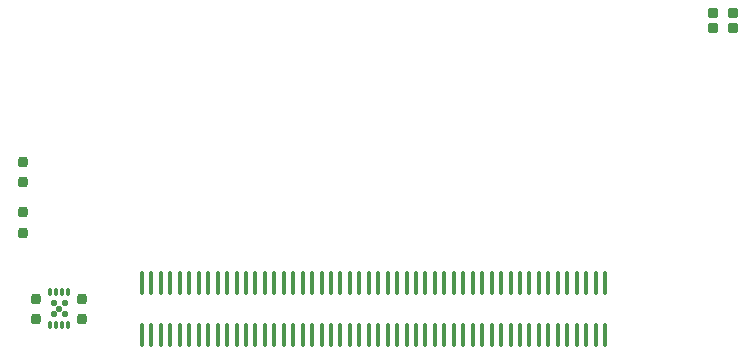
<source format=gtp>
G04 #@! TF.GenerationSoftware,KiCad,Pcbnew,8.0.6*
G04 #@! TF.CreationDate,2024-11-07T02:27:23-08:00*
G04 #@! TF.ProjectId,mse-50-hd,6d73652d-3530-42d6-9864-2e6b69636164,1*
G04 #@! TF.SameCoordinates,Original*
G04 #@! TF.FileFunction,Paste,Top*
G04 #@! TF.FilePolarity,Positive*
%FSLAX46Y46*%
G04 Gerber Fmt 4.6, Leading zero omitted, Abs format (unit mm)*
G04 Created by KiCad (PCBNEW 8.0.6) date 2024-11-07 02:27:23*
%MOMM*%
%LPD*%
G01*
G04 APERTURE LIST*
G04 Aperture macros list*
%AMRoundRect*
0 Rectangle with rounded corners*
0 $1 Rounding radius*
0 $2 $3 $4 $5 $6 $7 $8 $9 X,Y pos of 4 corners*
0 Add a 4 corners polygon primitive as box body*
4,1,4,$2,$3,$4,$5,$6,$7,$8,$9,$2,$3,0*
0 Add four circle primitives for the rounded corners*
1,1,$1+$1,$2,$3*
1,1,$1+$1,$4,$5*
1,1,$1+$1,$6,$7*
1,1,$1+$1,$8,$9*
0 Add four rect primitives between the rounded corners*
20,1,$1+$1,$2,$3,$4,$5,0*
20,1,$1+$1,$4,$5,$6,$7,0*
20,1,$1+$1,$6,$7,$8,$9,0*
20,1,$1+$1,$8,$9,$2,$3,0*%
G04 Aperture macros list end*
%ADD10RoundRect,0.100000X0.100000X0.900000X-0.100000X0.900000X-0.100000X-0.900000X0.100000X-0.900000X0*%
%ADD11RoundRect,0.200000X0.200000X-0.250000X0.200000X0.250000X-0.200000X0.250000X-0.200000X-0.250000X0*%
%ADD12RoundRect,0.200000X-0.200000X0.250000X-0.200000X-0.250000X0.200000X-0.250000X0.200000X0.250000X0*%
%ADD13RoundRect,0.200000X-0.250000X-0.200000X0.250000X-0.200000X0.250000X0.200000X-0.250000X0.200000X0*%
%ADD14RoundRect,0.125000X0.125000X-0.125000X0.125000X0.125000X-0.125000X0.125000X-0.125000X-0.125000X0*%
%ADD15RoundRect,0.046875X0.103125X-0.253125X0.103125X0.253125X-0.103125X0.253125X-0.103125X-0.253125X0*%
%ADD16RoundRect,0.200000X0.250000X0.200000X-0.250000X0.200000X-0.250000X-0.200000X0.250000X-0.200000X0*%
G04 APERTURE END LIST*
D10*
G04 #@! TO.C,J1*
X-57100000Y1800000D03*
X-57100000Y6200000D03*
X-56300000Y1800001D03*
X-56300000Y6199999D03*
X-55500000Y1800000D03*
X-55500000Y6200000D03*
X-54700001Y1800000D03*
X-54700001Y6200000D03*
X-53900000Y1800000D03*
X-53900000Y6200000D03*
X-53100000Y1800000D03*
X-53100000Y6200000D03*
X-52299999Y1800000D03*
X-52299999Y6200000D03*
X-51500000Y1800000D03*
X-51500000Y6200000D03*
X-50700000Y1800001D03*
X-50700000Y6199999D03*
X-49900000Y1800000D03*
X-49900000Y6200000D03*
X-49100000Y1800000D03*
X-49100000Y6200000D03*
X-48300000Y1800000D03*
X-48300000Y6200000D03*
X-47500000Y1800000D03*
X-47500000Y6200000D03*
X-46699999Y1800000D03*
X-46699999Y6200000D03*
X-45900000Y1800000D03*
X-45900000Y6200000D03*
X-45100000Y1800001D03*
X-45100000Y6199999D03*
X-44300000Y1800000D03*
X-44300000Y6200000D03*
X-43500000Y1800000D03*
X-43500000Y6200000D03*
X-42700000Y1800000D03*
X-42700000Y6200000D03*
X-41900000Y1800000D03*
X-41900000Y6200000D03*
X-41099999Y1800000D03*
X-41099999Y6200000D03*
X-40300000Y1800000D03*
X-40300000Y6200000D03*
X-39500000Y1800001D03*
X-39500000Y6199999D03*
X-38700000Y1800000D03*
X-38700000Y6200000D03*
X-37900000Y1800000D03*
X-37900000Y6200000D03*
X-37100000Y1800000D03*
X-37100000Y6200000D03*
X-36300000Y1800000D03*
X-36300000Y6200000D03*
X-35500000Y1800001D03*
X-35500000Y6199999D03*
X-34700000Y1800000D03*
X-34700000Y6200000D03*
X-33900001Y1800000D03*
X-33900001Y6200000D03*
X-33100000Y1800000D03*
X-33100000Y6200000D03*
X-32300000Y1800000D03*
X-32300000Y6200000D03*
X-31500000Y1800000D03*
X-31500000Y6200000D03*
X-30700000Y1800000D03*
X-30700000Y6200000D03*
X-29900000Y1800001D03*
X-29900000Y6199999D03*
X-29100000Y1800000D03*
X-29100000Y6200000D03*
X-28300001Y1800000D03*
X-28300001Y6200000D03*
X-27500000Y1800000D03*
X-27500000Y6200000D03*
X-26700000Y1800000D03*
X-26700000Y6200000D03*
X-25900000Y1800000D03*
X-25900000Y6200000D03*
X-25100000Y1800000D03*
X-25100000Y6200000D03*
X-24300000Y1800001D03*
X-24300000Y6199999D03*
X-23500000Y1800000D03*
X-23500000Y6200000D03*
X-22700001Y1800000D03*
X-22700001Y6200000D03*
X-21900000Y1800000D03*
X-21900000Y6200000D03*
X-21100000Y1800000D03*
X-21100000Y6200000D03*
X-20299999Y1800000D03*
X-20299999Y6200000D03*
X-19500000Y1800000D03*
X-19500000Y6200000D03*
X-18700000Y1800001D03*
X-18700000Y6199999D03*
X-17900000Y1800000D03*
X-17900000Y6200000D03*
G04 #@! TD*
D11*
G04 #@! TO.C,R3*
X-67200000Y10450000D03*
X-67200000Y12150000D03*
G04 #@! TD*
D12*
G04 #@! TO.C,R2*
X-67200000Y16450000D03*
X-67200000Y14750000D03*
G04 #@! TD*
D11*
G04 #@! TO.C,C1*
X-66050000Y3150000D03*
X-66050000Y4850000D03*
G04 #@! TD*
D13*
G04 #@! TO.C,R4*
X-8750000Y27750000D03*
X-7050000Y27750000D03*
G04 #@! TD*
D11*
G04 #@! TO.C,R1*
X-62150000Y3150000D03*
X-62150000Y4850000D03*
G04 #@! TD*
D14*
G04 #@! TO.C,U1*
X-64550000Y3550000D03*
X-63650000Y3550000D03*
X-64100000Y4000000D03*
X-64550000Y4450000D03*
X-63650000Y4450000D03*
D15*
X-64850001Y2600000D03*
X-64350000Y2600000D03*
X-63850000Y2600000D03*
X-63349999Y2600000D03*
X-63349999Y5400000D03*
X-63850000Y5400000D03*
X-64350000Y5400000D03*
X-64850001Y5400000D03*
G04 #@! TD*
D16*
G04 #@! TO.C,C2*
X-7050000Y29050000D03*
X-8750000Y29050000D03*
G04 #@! TD*
M02*

</source>
